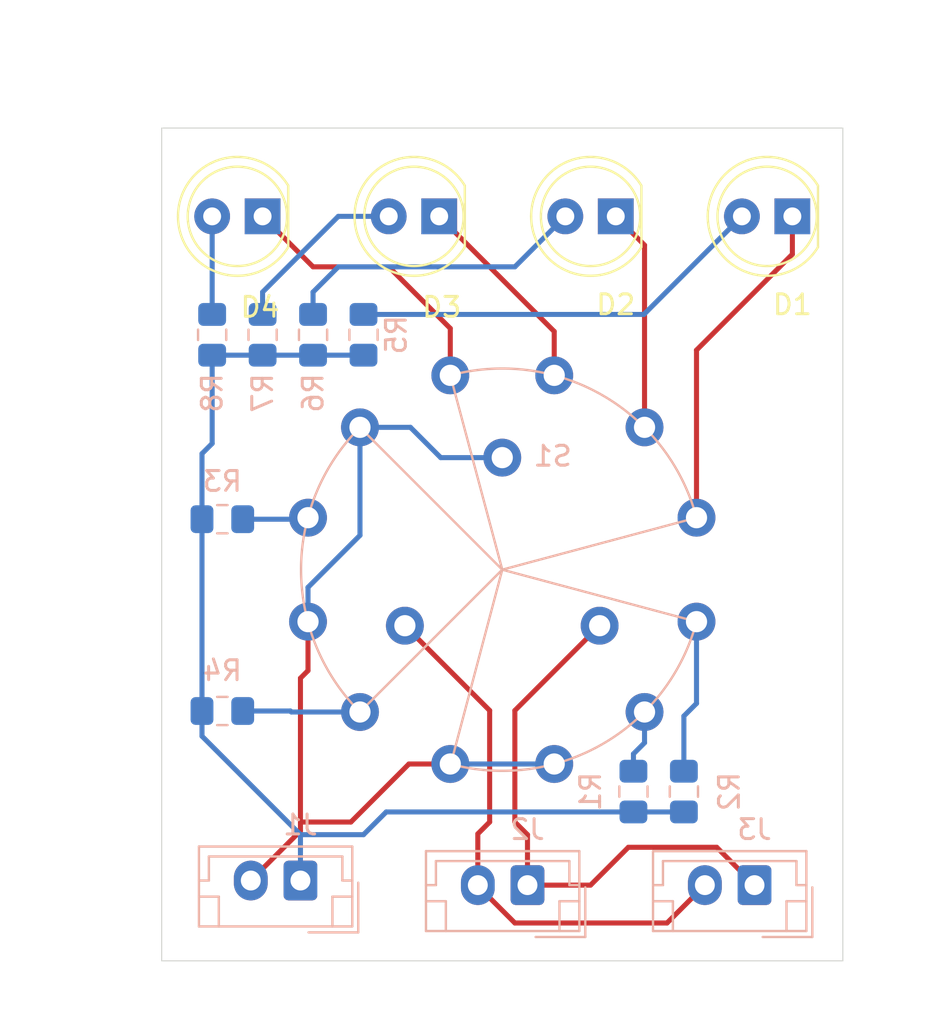
<source format=kicad_pcb>
(kicad_pcb (version 20171130) (host pcbnew "(5.1.5)-3")

  (general
    (thickness 1.6)
    (drawings 10)
    (tracks 76)
    (zones 0)
    (modules 16)
    (nets 17)
  )

  (page A4)
  (layers
    (0 F.Cu signal)
    (31 B.Cu signal)
    (32 B.Adhes user)
    (33 F.Adhes user)
    (34 B.Paste user)
    (35 F.Paste user)
    (36 B.SilkS user)
    (37 F.SilkS user)
    (38 B.Mask user)
    (39 F.Mask user)
    (40 Dwgs.User user)
    (41 Cmts.User user)
    (42 Eco1.User user)
    (43 Eco2.User user)
    (44 Edge.Cuts user)
    (45 Margin user)
    (46 B.CrtYd user)
    (47 F.CrtYd user)
    (48 B.Fab user hide)
    (49 F.Fab user hide)
  )

  (setup
    (last_trace_width 0.254)
    (trace_clearance 0.2032)
    (zone_clearance 0.508)
    (zone_45_only no)
    (trace_min 0.2)
    (via_size 0.762)
    (via_drill 0.381)
    (via_min_size 0.4)
    (via_min_drill 0.3)
    (uvia_size 0.3)
    (uvia_drill 0.1)
    (uvias_allowed no)
    (uvia_min_size 0.2)
    (uvia_min_drill 0.1)
    (edge_width 0.05)
    (segment_width 0.2)
    (pcb_text_width 0.3)
    (pcb_text_size 1.5 1.5)
    (mod_edge_width 0.12)
    (mod_text_size 1 1)
    (mod_text_width 0.15)
    (pad_size 1.524 1.524)
    (pad_drill 0.762)
    (pad_to_mask_clearance 0.051)
    (solder_mask_min_width 0.25)
    (aux_axis_origin 116.571499 111.991499)
    (grid_origin 133.716499 92.306499)
    (visible_elements 7FFFFFFF)
    (pcbplotparams
      (layerselection 0x010fc_ffffffff)
      (usegerberextensions false)
      (usegerberattributes false)
      (usegerberadvancedattributes false)
      (creategerberjobfile false)
      (excludeedgelayer true)
      (linewidth 0.100000)
      (plotframeref false)
      (viasonmask false)
      (mode 1)
      (useauxorigin false)
      (hpglpennumber 1)
      (hpglpenspeed 20)
      (hpglpendiameter 15.000000)
      (psnegative false)
      (psa4output false)
      (plotreference true)
      (plotvalue true)
      (plotinvisibletext false)
      (padsonsilk false)
      (subtractmaskfromsilk false)
      (outputformat 1)
      (mirror false)
      (drillshape 1)
      (scaleselection 1)
      (outputdirectory ""))
  )

  (net 0 "")
  (net 1 "Net-(R1-Pad2)")
  (net 2 +5V)
  (net 3 "Net-(R2-Pad2)")
  (net 4 "Net-(R3-Pad2)")
  (net 5 "Net-(R4-Pad2)")
  (net 6 GND)
  (net 7 /B)
  (net 8 /A)
  (net 9 "Net-(D1-Pad2)")
  (net 10 /Led0)
  (net 11 "Net-(D2-Pad2)")
  (net 12 /Led1)
  (net 13 "Net-(D3-Pad2)")
  (net 14 /Led2)
  (net 15 "Net-(D4-Pad2)")
  (net 16 /Led3)

  (net_class Default "This is the default net class."
    (clearance 0.2032)
    (trace_width 0.254)
    (via_dia 0.762)
    (via_drill 0.381)
    (uvia_dia 0.3)
    (uvia_drill 0.1)
    (add_net +5V)
    (add_net /A)
    (add_net /B)
    (add_net /Led0)
    (add_net /Led1)
    (add_net /Led2)
    (add_net /Led3)
    (add_net GND)
    (add_net "Net-(D1-Pad2)")
    (add_net "Net-(D2-Pad2)")
    (add_net "Net-(D3-Pad2)")
    (add_net "Net-(D4-Pad2)")
    (add_net "Net-(R1-Pad2)")
    (add_net "Net-(R2-Pad2)")
    (add_net "Net-(R3-Pad2)")
    (add_net "Net-(R4-Pad2)")
  )

  (module 0MiscParts:Rotary-Switch (layer B.Cu) (tedit 5FF18FD0) (tstamp 5FFD0F23)
    (at 133.716499 92.306499 180)
    (path /64915D5B)
    (fp_text reference S1 (at -2.54 5.715) (layer B.SilkS)
      (effects (font (size 1 1) (thickness 0.15)) (justify mirror))
    )
    (fp_text value Rotary-Switch (at 0 0.5) (layer B.Fab)
      (effects (font (size 1 1) (thickness 0.15)) (justify mirror))
    )
    (fp_arc (start 0 0) (end -9.778999 -2.616199) (angle 89.8610301) (layer B.SilkS) (width 0.12))
    (fp_arc (start 0 0) (end 7.162799 -7.162799) (angle 90) (layer B.SilkS) (width 0.12))
    (fp_arc (start 0 0) (end 2.616199 9.778999) (angle 90.04630335) (layer B.SilkS) (width 0.12))
    (fp_line (start 7.1628 -7.1628) (end 0 0) (layer B.SilkS) (width 0.12))
    (fp_line (start 7.1628 7.1628) (end 0 0) (layer B.SilkS) (width 0.12))
    (fp_line (start 2.5908 -9.779) (end 0 0) (layer B.SilkS) (width 0.12))
    (fp_line (start 0 0) (end -9.779 -2.6162) (layer B.SilkS) (width 0.12))
    (fp_line (start 0 0) (end 2.6162 9.779) (layer B.SilkS) (width 0.12))
    (fp_line (start -9.779 2.6162) (end 0 0) (layer B.SilkS) (width 0.12))
    (fp_circle (center 0 0) (end 5.6388 0) (layer Dwgs.User) (width 0.12))
    (pad 2 thru_hole circle (at -9.779 2.6162 180) (size 1.905 1.905) (drill 1.0668) (layers *.Cu *.Mask)
      (net 10 /Led0))
    (pad 15 thru_hole circle (at -9.779 -2.6162 180) (size 1.905 1.905) (drill 1.0668) (layers *.Cu *.Mask)
      (net 3 "Net-(R2-Pad2)"))
    (pad 14 thru_hole circle (at -7.1628 -7.1628 180) (size 1.905 1.905) (drill 1.0668) (layers *.Cu *.Mask)
      (net 1 "Net-(R1-Pad2)"))
    (pad 13 thru_hole circle (at -2.6162 -9.779 180) (size 1.905 1.905) (drill 1.0668) (layers *.Cu *.Mask)
      (net 6 GND))
    (pad 12 thru_hole circle (at 2.6162 -9.779 180) (size 1.905 1.905) (drill 1.0668) (layers *.Cu *.Mask)
      (net 6 GND))
    (pad 10 thru_hole circle (at 7.1628 -7.1628 180) (size 1.905 1.905) (drill 1.0668) (layers *.Cu *.Mask)
      (net 5 "Net-(R4-Pad2)"))
    (pad 9 thru_hole circle (at 9.779 -2.6162 180) (size 1.905 1.905) (drill 1.0668) (layers *.Cu *.Mask)
      (net 6 GND))
    (pad 8 thru_hole circle (at 9.779 2.6162 180) (size 1.905 1.905) (drill 1.0668) (layers *.Cu *.Mask)
      (net 4 "Net-(R3-Pad2)"))
    (pad 7 thru_hole circle (at 7.1628 7.1628 180) (size 1.905 1.905) (drill 1.0668) (layers *.Cu *.Mask)
      (net 6 GND))
    (pad 5 thru_hole circle (at 2.6162 9.779 180) (size 1.905 1.905) (drill 1.0668) (layers *.Cu *.Mask)
      (net 16 /Led3))
    (pad 4 thru_hole circle (at -2.6162 9.779 180) (size 1.905 1.905) (drill 1.0668) (layers *.Cu *.Mask)
      (net 14 /Led2))
    (pad 3 thru_hole circle (at -7.1628 7.1628 180) (size 1.905 1.905) (drill 1.0668) (layers *.Cu *.Mask)
      (net 12 /Led1))
    (pad 1 thru_hole circle (at 0 5.6388 180) (size 1.905 1.905) (drill 1.0668) (layers *.Cu *.Mask)
      (net 6 GND))
    (pad 11 thru_hole circle (at -4.9022 -2.8194 180) (size 1.905 1.905) (drill 1.0668) (layers *.Cu *.Mask)
      (net 8 /A))
    (pad 6 thru_hole circle (at 4.9022 -2.8194 180) (size 1.905 1.905) (drill 1.0668) (layers *.Cu *.Mask)
      (net 7 /B))
  )

  (module Resistor_SMD:R_0805_2012Metric_Pad1.15x1.40mm_HandSolder (layer B.Cu) (tedit 5B36C52B) (tstamp 5FFF5C65)
    (at 119.111499 80.486499 90)
    (descr "Resistor SMD 0805 (2012 Metric), square (rectangular) end terminal, IPC_7351 nominal with elongated pad for handsoldering. (Body size source: https://docs.google.com/spreadsheets/d/1BsfQQcO9C6DZCsRaXUlFlo91Tg2WpOkGARC1WS5S8t0/edit?usp=sharing), generated with kicad-footprint-generator")
    (tags "resistor handsolder")
    (path /65259F8B)
    (attr smd)
    (fp_text reference R8 (at -2.93 0 270) (layer B.SilkS)
      (effects (font (size 1 1) (thickness 0.15)) (justify mirror))
    )
    (fp_text value 10k (at 0 -1.65 270) (layer B.Fab)
      (effects (font (size 1 1) (thickness 0.15)) (justify mirror))
    )
    (fp_text user %R (at 0 0 270) (layer B.Fab)
      (effects (font (size 0.5 0.5) (thickness 0.08)) (justify mirror))
    )
    (fp_line (start 1.85 -0.95) (end -1.85 -0.95) (layer B.CrtYd) (width 0.05))
    (fp_line (start 1.85 0.95) (end 1.85 -0.95) (layer B.CrtYd) (width 0.05))
    (fp_line (start -1.85 0.95) (end 1.85 0.95) (layer B.CrtYd) (width 0.05))
    (fp_line (start -1.85 -0.95) (end -1.85 0.95) (layer B.CrtYd) (width 0.05))
    (fp_line (start -0.261252 -0.71) (end 0.261252 -0.71) (layer B.SilkS) (width 0.12))
    (fp_line (start -0.261252 0.71) (end 0.261252 0.71) (layer B.SilkS) (width 0.12))
    (fp_line (start 1 -0.6) (end -1 -0.6) (layer B.Fab) (width 0.1))
    (fp_line (start 1 0.6) (end 1 -0.6) (layer B.Fab) (width 0.1))
    (fp_line (start -1 0.6) (end 1 0.6) (layer B.Fab) (width 0.1))
    (fp_line (start -1 -0.6) (end -1 0.6) (layer B.Fab) (width 0.1))
    (pad 2 smd roundrect (at 1.025 0 90) (size 1.15 1.4) (layers B.Cu B.Paste B.Mask) (roundrect_rratio 0.217391)
      (net 15 "Net-(D4-Pad2)"))
    (pad 1 smd roundrect (at -1.025 0 90) (size 1.15 1.4) (layers B.Cu B.Paste B.Mask) (roundrect_rratio 0.217391)
      (net 2 +5V))
    (model ${KISYS3DMOD}/Resistor_SMD.3dshapes/R_0805_2012Metric.wrl
      (at (xyz 0 0 0))
      (scale (xyz 1 1 1))
      (rotate (xyz 0 0 0))
    )
  )

  (module Resistor_SMD:R_0805_2012Metric_Pad1.15x1.40mm_HandSolder (layer B.Cu) (tedit 5B36C52B) (tstamp 5FFF5C54)
    (at 121.651499 80.486499 90)
    (descr "Resistor SMD 0805 (2012 Metric), square (rectangular) end terminal, IPC_7351 nominal with elongated pad for handsoldering. (Body size source: https://docs.google.com/spreadsheets/d/1BsfQQcO9C6DZCsRaXUlFlo91Tg2WpOkGARC1WS5S8t0/edit?usp=sharing), generated with kicad-footprint-generator")
    (tags "resistor handsolder")
    (path /6525927C)
    (attr smd)
    (fp_text reference R7 (at -2.93 0 90) (layer B.SilkS)
      (effects (font (size 1 1) (thickness 0.15)) (justify mirror))
    )
    (fp_text value 10k (at 0 -1.65 90) (layer B.Fab)
      (effects (font (size 1 1) (thickness 0.15)) (justify mirror))
    )
    (fp_text user %R (at 0 0 90) (layer B.Fab)
      (effects (font (size 0.5 0.5) (thickness 0.08)) (justify mirror))
    )
    (fp_line (start 1.85 -0.95) (end -1.85 -0.95) (layer B.CrtYd) (width 0.05))
    (fp_line (start 1.85 0.95) (end 1.85 -0.95) (layer B.CrtYd) (width 0.05))
    (fp_line (start -1.85 0.95) (end 1.85 0.95) (layer B.CrtYd) (width 0.05))
    (fp_line (start -1.85 -0.95) (end -1.85 0.95) (layer B.CrtYd) (width 0.05))
    (fp_line (start -0.261252 -0.71) (end 0.261252 -0.71) (layer B.SilkS) (width 0.12))
    (fp_line (start -0.261252 0.71) (end 0.261252 0.71) (layer B.SilkS) (width 0.12))
    (fp_line (start 1 -0.6) (end -1 -0.6) (layer B.Fab) (width 0.1))
    (fp_line (start 1 0.6) (end 1 -0.6) (layer B.Fab) (width 0.1))
    (fp_line (start -1 0.6) (end 1 0.6) (layer B.Fab) (width 0.1))
    (fp_line (start -1 -0.6) (end -1 0.6) (layer B.Fab) (width 0.1))
    (pad 2 smd roundrect (at 1.025 0 90) (size 1.15 1.4) (layers B.Cu B.Paste B.Mask) (roundrect_rratio 0.217391)
      (net 13 "Net-(D3-Pad2)"))
    (pad 1 smd roundrect (at -1.025 0 90) (size 1.15 1.4) (layers B.Cu B.Paste B.Mask) (roundrect_rratio 0.217391)
      (net 2 +5V))
    (model ${KISYS3DMOD}/Resistor_SMD.3dshapes/R_0805_2012Metric.wrl
      (at (xyz 0 0 0))
      (scale (xyz 1 1 1))
      (rotate (xyz 0 0 0))
    )
  )

  (module Resistor_SMD:R_0805_2012Metric_Pad1.15x1.40mm_HandSolder (layer B.Cu) (tedit 5B36C52B) (tstamp 5FFF8083)
    (at 124.191499 80.486499 90)
    (descr "Resistor SMD 0805 (2012 Metric), square (rectangular) end terminal, IPC_7351 nominal with elongated pad for handsoldering. (Body size source: https://docs.google.com/spreadsheets/d/1BsfQQcO9C6DZCsRaXUlFlo91Tg2WpOkGARC1WS5S8t0/edit?usp=sharing), generated with kicad-footprint-generator")
    (tags "resistor handsolder")
    (path /65258B2F)
    (attr smd)
    (fp_text reference R6 (at -2.93 0 270) (layer B.SilkS)
      (effects (font (size 1 1) (thickness 0.15)) (justify mirror))
    )
    (fp_text value 10k (at 0 -1.65 270) (layer B.Fab)
      (effects (font (size 1 1) (thickness 0.15)) (justify mirror))
    )
    (fp_text user %R (at 0 0 270) (layer B.Fab)
      (effects (font (size 0.5 0.5) (thickness 0.08)) (justify mirror))
    )
    (fp_line (start 1.85 -0.95) (end -1.85 -0.95) (layer B.CrtYd) (width 0.05))
    (fp_line (start 1.85 0.95) (end 1.85 -0.95) (layer B.CrtYd) (width 0.05))
    (fp_line (start -1.85 0.95) (end 1.85 0.95) (layer B.CrtYd) (width 0.05))
    (fp_line (start -1.85 -0.95) (end -1.85 0.95) (layer B.CrtYd) (width 0.05))
    (fp_line (start -0.261252 -0.71) (end 0.261252 -0.71) (layer B.SilkS) (width 0.12))
    (fp_line (start -0.261252 0.71) (end 0.261252 0.71) (layer B.SilkS) (width 0.12))
    (fp_line (start 1 -0.6) (end -1 -0.6) (layer B.Fab) (width 0.1))
    (fp_line (start 1 0.6) (end 1 -0.6) (layer B.Fab) (width 0.1))
    (fp_line (start -1 0.6) (end 1 0.6) (layer B.Fab) (width 0.1))
    (fp_line (start -1 -0.6) (end -1 0.6) (layer B.Fab) (width 0.1))
    (pad 2 smd roundrect (at 1.025 0 90) (size 1.15 1.4) (layers B.Cu B.Paste B.Mask) (roundrect_rratio 0.217391)
      (net 11 "Net-(D2-Pad2)"))
    (pad 1 smd roundrect (at -1.025 0 90) (size 1.15 1.4) (layers B.Cu B.Paste B.Mask) (roundrect_rratio 0.217391)
      (net 2 +5V))
    (model ${KISYS3DMOD}/Resistor_SMD.3dshapes/R_0805_2012Metric.wrl
      (at (xyz 0 0 0))
      (scale (xyz 1 1 1))
      (rotate (xyz 0 0 0))
    )
  )

  (module Resistor_SMD:R_0805_2012Metric_Pad1.15x1.40mm_HandSolder (layer B.Cu) (tedit 5B36C52B) (tstamp 5FFF5C32)
    (at 126.731499 80.486499 90)
    (descr "Resistor SMD 0805 (2012 Metric), square (rectangular) end terminal, IPC_7351 nominal with elongated pad for handsoldering. (Body size source: https://docs.google.com/spreadsheets/d/1BsfQQcO9C6DZCsRaXUlFlo91Tg2WpOkGARC1WS5S8t0/edit?usp=sharing), generated with kicad-footprint-generator")
    (tags "resistor handsolder")
    (path /6525498D)
    (attr smd)
    (fp_text reference R5 (at 0 1.65 -90) (layer B.SilkS)
      (effects (font (size 1 1) (thickness 0.15)) (justify mirror))
    )
    (fp_text value 10k (at 0 -1.65 -90) (layer B.Fab)
      (effects (font (size 1 1) (thickness 0.15)) (justify mirror))
    )
    (fp_text user %R (at 0 0 -90) (layer B.Fab)
      (effects (font (size 0.5 0.5) (thickness 0.08)) (justify mirror))
    )
    (fp_line (start 1.85 -0.95) (end -1.85 -0.95) (layer B.CrtYd) (width 0.05))
    (fp_line (start 1.85 0.95) (end 1.85 -0.95) (layer B.CrtYd) (width 0.05))
    (fp_line (start -1.85 0.95) (end 1.85 0.95) (layer B.CrtYd) (width 0.05))
    (fp_line (start -1.85 -0.95) (end -1.85 0.95) (layer B.CrtYd) (width 0.05))
    (fp_line (start -0.261252 -0.71) (end 0.261252 -0.71) (layer B.SilkS) (width 0.12))
    (fp_line (start -0.261252 0.71) (end 0.261252 0.71) (layer B.SilkS) (width 0.12))
    (fp_line (start 1 -0.6) (end -1 -0.6) (layer B.Fab) (width 0.1))
    (fp_line (start 1 0.6) (end 1 -0.6) (layer B.Fab) (width 0.1))
    (fp_line (start -1 0.6) (end 1 0.6) (layer B.Fab) (width 0.1))
    (fp_line (start -1 -0.6) (end -1 0.6) (layer B.Fab) (width 0.1))
    (pad 2 smd roundrect (at 1.025 0 90) (size 1.15 1.4) (layers B.Cu B.Paste B.Mask) (roundrect_rratio 0.217391)
      (net 9 "Net-(D1-Pad2)"))
    (pad 1 smd roundrect (at -1.025 0 90) (size 1.15 1.4) (layers B.Cu B.Paste B.Mask) (roundrect_rratio 0.217391)
      (net 2 +5V))
    (model ${KISYS3DMOD}/Resistor_SMD.3dshapes/R_0805_2012Metric.wrl
      (at (xyz 0 0 0))
      (scale (xyz 1 1 1))
      (rotate (xyz 0 0 0))
    )
  )

  (module LED_THT:LED_D5.0mm (layer F.Cu) (tedit 5995936A) (tstamp 5FFF5AE7)
    (at 121.651499 74.526499 180)
    (descr "LED, diameter 5.0mm, 2 pins, http://cdn-reichelt.de/documents/datenblatt/A500/LL-504BC2E-009.pdf")
    (tags "LED diameter 5.0mm 2 pins")
    (path /65259F85)
    (fp_text reference D4 (at 0.127 -4.572) (layer F.SilkS)
      (effects (font (size 1 1) (thickness 0.15)))
    )
    (fp_text value LED (at 1.27 3.96) (layer F.Fab)
      (effects (font (size 1 1) (thickness 0.15)))
    )
    (fp_text user %R (at 1.25 0) (layer F.Fab)
      (effects (font (size 0.8 0.8) (thickness 0.2)))
    )
    (fp_line (start 4.5 -3.25) (end -1.95 -3.25) (layer F.CrtYd) (width 0.05))
    (fp_line (start 4.5 3.25) (end 4.5 -3.25) (layer F.CrtYd) (width 0.05))
    (fp_line (start -1.95 3.25) (end 4.5 3.25) (layer F.CrtYd) (width 0.05))
    (fp_line (start -1.95 -3.25) (end -1.95 3.25) (layer F.CrtYd) (width 0.05))
    (fp_line (start -1.29 -1.545) (end -1.29 1.545) (layer F.SilkS) (width 0.12))
    (fp_line (start -1.23 -1.469694) (end -1.23 1.469694) (layer F.Fab) (width 0.1))
    (fp_circle (center 1.27 0) (end 3.77 0) (layer F.SilkS) (width 0.12))
    (fp_circle (center 1.27 0) (end 3.77 0) (layer F.Fab) (width 0.1))
    (fp_arc (start 1.27 0) (end -1.29 1.54483) (angle -148.9) (layer F.SilkS) (width 0.12))
    (fp_arc (start 1.27 0) (end -1.29 -1.54483) (angle 148.9) (layer F.SilkS) (width 0.12))
    (fp_arc (start 1.27 0) (end -1.23 -1.469694) (angle 299.1) (layer F.Fab) (width 0.1))
    (pad 2 thru_hole circle (at 2.54 0 180) (size 1.8 1.8) (drill 0.9) (layers *.Cu *.Mask)
      (net 15 "Net-(D4-Pad2)"))
    (pad 1 thru_hole rect (at 0 0 180) (size 1.8 1.8) (drill 0.9) (layers *.Cu *.Mask)
      (net 16 /Led3))
    (model ${KISYS3DMOD}/LED_THT.3dshapes/LED_D5.0mm.wrl
      (at (xyz 0 0 0))
      (scale (xyz 1 1 1))
      (rotate (xyz 0 0 0))
    )
  )

  (module LED_THT:LED_D5.0mm (layer F.Cu) (tedit 5995936A) (tstamp 5FFF5AD5)
    (at 130.541499 74.526499 180)
    (descr "LED, diameter 5.0mm, 2 pins, http://cdn-reichelt.de/documents/datenblatt/A500/LL-504BC2E-009.pdf")
    (tags "LED diameter 5.0mm 2 pins")
    (path /65259276)
    (fp_text reference D3 (at -0.127 -4.572) (layer F.SilkS)
      (effects (font (size 1 1) (thickness 0.15)))
    )
    (fp_text value LED (at 1.27 3.96) (layer F.Fab)
      (effects (font (size 1 1) (thickness 0.15)))
    )
    (fp_text user %R (at 1.25 0) (layer F.Fab)
      (effects (font (size 0.8 0.8) (thickness 0.2)))
    )
    (fp_line (start 4.5 -3.25) (end -1.95 -3.25) (layer F.CrtYd) (width 0.05))
    (fp_line (start 4.5 3.25) (end 4.5 -3.25) (layer F.CrtYd) (width 0.05))
    (fp_line (start -1.95 3.25) (end 4.5 3.25) (layer F.CrtYd) (width 0.05))
    (fp_line (start -1.95 -3.25) (end -1.95 3.25) (layer F.CrtYd) (width 0.05))
    (fp_line (start -1.29 -1.545) (end -1.29 1.545) (layer F.SilkS) (width 0.12))
    (fp_line (start -1.23 -1.469694) (end -1.23 1.469694) (layer F.Fab) (width 0.1))
    (fp_circle (center 1.27 0) (end 3.77 0) (layer F.SilkS) (width 0.12))
    (fp_circle (center 1.27 0) (end 3.77 0) (layer F.Fab) (width 0.1))
    (fp_arc (start 1.27 0) (end -1.29 1.54483) (angle -148.9) (layer F.SilkS) (width 0.12))
    (fp_arc (start 1.27 0) (end -1.29 -1.54483) (angle 148.9) (layer F.SilkS) (width 0.12))
    (fp_arc (start 1.27 0) (end -1.23 -1.469694) (angle 299.1) (layer F.Fab) (width 0.1))
    (pad 2 thru_hole circle (at 2.54 0 180) (size 1.8 1.8) (drill 0.9) (layers *.Cu *.Mask)
      (net 13 "Net-(D3-Pad2)"))
    (pad 1 thru_hole rect (at 0 0 180) (size 1.8 1.8) (drill 0.9) (layers *.Cu *.Mask)
      (net 14 /Led2))
    (model ${KISYS3DMOD}/LED_THT.3dshapes/LED_D5.0mm.wrl
      (at (xyz 0 0 0))
      (scale (xyz 1 1 1))
      (rotate (xyz 0 0 0))
    )
  )

  (module LED_THT:LED_D5.0mm (layer F.Cu) (tedit 5995936A) (tstamp 5FFF5AC3)
    (at 139.431499 74.526499 180)
    (descr "LED, diameter 5.0mm, 2 pins, http://cdn-reichelt.de/documents/datenblatt/A500/LL-504BC2E-009.pdf")
    (tags "LED diameter 5.0mm 2 pins")
    (path /65258B29)
    (fp_text reference D2 (at 0 -4.445) (layer F.SilkS)
      (effects (font (size 1 1) (thickness 0.15)))
    )
    (fp_text value LED (at 1.27 3.96) (layer F.Fab)
      (effects (font (size 1 1) (thickness 0.15)))
    )
    (fp_text user %R (at 1.25 0) (layer F.Fab)
      (effects (font (size 0.8 0.8) (thickness 0.2)))
    )
    (fp_line (start 4.5 -3.25) (end -1.95 -3.25) (layer F.CrtYd) (width 0.05))
    (fp_line (start 4.5 3.25) (end 4.5 -3.25) (layer F.CrtYd) (width 0.05))
    (fp_line (start -1.95 3.25) (end 4.5 3.25) (layer F.CrtYd) (width 0.05))
    (fp_line (start -1.95 -3.25) (end -1.95 3.25) (layer F.CrtYd) (width 0.05))
    (fp_line (start -1.29 -1.545) (end -1.29 1.545) (layer F.SilkS) (width 0.12))
    (fp_line (start -1.23 -1.469694) (end -1.23 1.469694) (layer F.Fab) (width 0.1))
    (fp_circle (center 1.27 0) (end 3.77 0) (layer F.SilkS) (width 0.12))
    (fp_circle (center 1.27 0) (end 3.77 0) (layer F.Fab) (width 0.1))
    (fp_arc (start 1.27 0) (end -1.29 1.54483) (angle -148.9) (layer F.SilkS) (width 0.12))
    (fp_arc (start 1.27 0) (end -1.29 -1.54483) (angle 148.9) (layer F.SilkS) (width 0.12))
    (fp_arc (start 1.27 0) (end -1.23 -1.469694) (angle 299.1) (layer F.Fab) (width 0.1))
    (pad 2 thru_hole circle (at 2.54 0 180) (size 1.8 1.8) (drill 0.9) (layers *.Cu *.Mask)
      (net 11 "Net-(D2-Pad2)"))
    (pad 1 thru_hole rect (at 0 0 180) (size 1.8 1.8) (drill 0.9) (layers *.Cu *.Mask)
      (net 12 /Led1))
    (model ${KISYS3DMOD}/LED_THT.3dshapes/LED_D5.0mm.wrl
      (at (xyz 0 0 0))
      (scale (xyz 1 1 1))
      (rotate (xyz 0 0 0))
    )
  )

  (module LED_THT:LED_D5.0mm (layer F.Cu) (tedit 5995936A) (tstamp 5FFF5AB1)
    (at 148.321499 74.526499 180)
    (descr "LED, diameter 5.0mm, 2 pins, http://cdn-reichelt.de/documents/datenblatt/A500/LL-504BC2E-009.pdf")
    (tags "LED diameter 5.0mm 2 pins")
    (path /65253466)
    (fp_text reference D1 (at 0 -4.445) (layer F.SilkS)
      (effects (font (size 1 1) (thickness 0.15)))
    )
    (fp_text value LED (at 1.27 3.96) (layer F.Fab)
      (effects (font (size 1 1) (thickness 0.15)))
    )
    (fp_text user %R (at 1.25 0) (layer F.Fab)
      (effects (font (size 0.8 0.8) (thickness 0.2)))
    )
    (fp_line (start 4.5 -3.25) (end -1.95 -3.25) (layer F.CrtYd) (width 0.05))
    (fp_line (start 4.5 3.25) (end 4.5 -3.25) (layer F.CrtYd) (width 0.05))
    (fp_line (start -1.95 3.25) (end 4.5 3.25) (layer F.CrtYd) (width 0.05))
    (fp_line (start -1.95 -3.25) (end -1.95 3.25) (layer F.CrtYd) (width 0.05))
    (fp_line (start -1.29 -1.545) (end -1.29 1.545) (layer F.SilkS) (width 0.12))
    (fp_line (start -1.23 -1.469694) (end -1.23 1.469694) (layer F.Fab) (width 0.1))
    (fp_circle (center 1.27 0) (end 3.77 0) (layer F.SilkS) (width 0.12))
    (fp_circle (center 1.27 0) (end 3.77 0) (layer F.Fab) (width 0.1))
    (fp_arc (start 1.27 0) (end -1.29 1.54483) (angle -148.9) (layer F.SilkS) (width 0.12))
    (fp_arc (start 1.27 0) (end -1.29 -1.54483) (angle 148.9) (layer F.SilkS) (width 0.12))
    (fp_arc (start 1.27 0) (end -1.23 -1.469694) (angle 299.1) (layer F.Fab) (width 0.1))
    (pad 2 thru_hole circle (at 2.54 0 180) (size 1.8 1.8) (drill 0.9) (layers *.Cu *.Mask)
      (net 9 "Net-(D1-Pad2)"))
    (pad 1 thru_hole rect (at 0 0 180) (size 1.8 1.8) (drill 0.9) (layers *.Cu *.Mask)
      (net 10 /Led0))
    (model ${KISYS3DMOD}/LED_THT.3dshapes/LED_D5.0mm.wrl
      (at (xyz 0 0 0))
      (scale (xyz 1 1 1))
      (rotate (xyz 0 0 0))
    )
  )

  (module Connector_JST:JST_EH_B2B-EH-A_1x02_P2.50mm_Vertical (layer B.Cu) (tedit 5C28142C) (tstamp 5FFD1320)
    (at 146.416499 108.181499 180)
    (descr "JST EH series connector, B2B-EH-A (http://www.jst-mfg.com/product/pdf/eng/eEH.pdf), generated with kicad-footprint-generator")
    (tags "connector JST EH vertical")
    (path /64922A58)
    (fp_text reference J3 (at 0 2.8) (layer B.SilkS)
      (effects (font (size 1 1) (thickness 0.15)) (justify mirror))
    )
    (fp_text value Conn_01x02_Male (at 1.25 -3.4) (layer B.Fab)
      (effects (font (size 1 1) (thickness 0.15)) (justify mirror))
    )
    (fp_text user %R (at 1.25 -1.5) (layer B.Fab)
      (effects (font (size 1 1) (thickness 0.15)) (justify mirror))
    )
    (fp_line (start -2.91 -2.61) (end -0.41 -2.61) (layer B.Fab) (width 0.1))
    (fp_line (start -2.91 -0.11) (end -2.91 -2.61) (layer B.Fab) (width 0.1))
    (fp_line (start -2.91 -2.61) (end -0.41 -2.61) (layer B.SilkS) (width 0.12))
    (fp_line (start -2.91 -0.11) (end -2.91 -2.61) (layer B.SilkS) (width 0.12))
    (fp_line (start 4.11 -0.81) (end 4.11 -2.31) (layer B.SilkS) (width 0.12))
    (fp_line (start 5.11 -0.81) (end 4.11 -0.81) (layer B.SilkS) (width 0.12))
    (fp_line (start -1.61 -0.81) (end -1.61 -2.31) (layer B.SilkS) (width 0.12))
    (fp_line (start -2.61 -0.81) (end -1.61 -0.81) (layer B.SilkS) (width 0.12))
    (fp_line (start 4.61 0) (end 5.11 0) (layer B.SilkS) (width 0.12))
    (fp_line (start 4.61 1.21) (end 4.61 0) (layer B.SilkS) (width 0.12))
    (fp_line (start -2.11 1.21) (end 4.61 1.21) (layer B.SilkS) (width 0.12))
    (fp_line (start -2.11 0) (end -2.11 1.21) (layer B.SilkS) (width 0.12))
    (fp_line (start -2.61 0) (end -2.11 0) (layer B.SilkS) (width 0.12))
    (fp_line (start 5.11 1.71) (end -2.61 1.71) (layer B.SilkS) (width 0.12))
    (fp_line (start 5.11 -2.31) (end 5.11 1.71) (layer B.SilkS) (width 0.12))
    (fp_line (start -2.61 -2.31) (end 5.11 -2.31) (layer B.SilkS) (width 0.12))
    (fp_line (start -2.61 1.71) (end -2.61 -2.31) (layer B.SilkS) (width 0.12))
    (fp_line (start 5.5 2.1) (end -3 2.1) (layer B.CrtYd) (width 0.05))
    (fp_line (start 5.5 -2.7) (end 5.5 2.1) (layer B.CrtYd) (width 0.05))
    (fp_line (start -3 -2.7) (end 5.5 -2.7) (layer B.CrtYd) (width 0.05))
    (fp_line (start -3 2.1) (end -3 -2.7) (layer B.CrtYd) (width 0.05))
    (fp_line (start 5 1.6) (end -2.5 1.6) (layer B.Fab) (width 0.1))
    (fp_line (start 5 -2.2) (end 5 1.6) (layer B.Fab) (width 0.1))
    (fp_line (start -2.5 -2.2) (end 5 -2.2) (layer B.Fab) (width 0.1))
    (fp_line (start -2.5 1.6) (end -2.5 -2.2) (layer B.Fab) (width 0.1))
    (pad 2 thru_hole oval (at 2.5 0 180) (size 1.7 2) (drill 1) (layers *.Cu *.Mask)
      (net 7 /B))
    (pad 1 thru_hole roundrect (at 0 0 180) (size 1.7 2) (drill 1) (layers *.Cu *.Mask) (roundrect_rratio 0.147059)
      (net 8 /A))
    (model ${KISYS3DMOD}/Connector_JST.3dshapes/JST_EH_B2B-EH-A_1x02_P2.50mm_Vertical.wrl
      (at (xyz 0 0 0))
      (scale (xyz 1 1 1))
      (rotate (xyz 0 0 0))
    )
  )

  (module Connector_JST:JST_EH_B2B-EH-A_1x02_P2.50mm_Vertical (layer B.Cu) (tedit 5C28142C) (tstamp 5FFD1300)
    (at 134.986499 108.181499 180)
    (descr "JST EH series connector, B2B-EH-A (http://www.jst-mfg.com/product/pdf/eng/eEH.pdf), generated with kicad-footprint-generator")
    (tags "connector JST EH vertical")
    (path /64922594)
    (fp_text reference J2 (at 0 2.8) (layer B.SilkS)
      (effects (font (size 1 1) (thickness 0.15)) (justify mirror))
    )
    (fp_text value Conn_01x02_Male (at 1.25 -3.4) (layer B.Fab)
      (effects (font (size 1 1) (thickness 0.15)) (justify mirror))
    )
    (fp_text user %R (at 1.25 -1.5) (layer B.Fab)
      (effects (font (size 1 1) (thickness 0.15)) (justify mirror))
    )
    (fp_line (start -2.91 -2.61) (end -0.41 -2.61) (layer B.Fab) (width 0.1))
    (fp_line (start -2.91 -0.11) (end -2.91 -2.61) (layer B.Fab) (width 0.1))
    (fp_line (start -2.91 -2.61) (end -0.41 -2.61) (layer B.SilkS) (width 0.12))
    (fp_line (start -2.91 -0.11) (end -2.91 -2.61) (layer B.SilkS) (width 0.12))
    (fp_line (start 4.11 -0.81) (end 4.11 -2.31) (layer B.SilkS) (width 0.12))
    (fp_line (start 5.11 -0.81) (end 4.11 -0.81) (layer B.SilkS) (width 0.12))
    (fp_line (start -1.61 -0.81) (end -1.61 -2.31) (layer B.SilkS) (width 0.12))
    (fp_line (start -2.61 -0.81) (end -1.61 -0.81) (layer B.SilkS) (width 0.12))
    (fp_line (start 4.61 0) (end 5.11 0) (layer B.SilkS) (width 0.12))
    (fp_line (start 4.61 1.21) (end 4.61 0) (layer B.SilkS) (width 0.12))
    (fp_line (start -2.11 1.21) (end 4.61 1.21) (layer B.SilkS) (width 0.12))
    (fp_line (start -2.11 0) (end -2.11 1.21) (layer B.SilkS) (width 0.12))
    (fp_line (start -2.61 0) (end -2.11 0) (layer B.SilkS) (width 0.12))
    (fp_line (start 5.11 1.71) (end -2.61 1.71) (layer B.SilkS) (width 0.12))
    (fp_line (start 5.11 -2.31) (end 5.11 1.71) (layer B.SilkS) (width 0.12))
    (fp_line (start -2.61 -2.31) (end 5.11 -2.31) (layer B.SilkS) (width 0.12))
    (fp_line (start -2.61 1.71) (end -2.61 -2.31) (layer B.SilkS) (width 0.12))
    (fp_line (start 5.5 2.1) (end -3 2.1) (layer B.CrtYd) (width 0.05))
    (fp_line (start 5.5 -2.7) (end 5.5 2.1) (layer B.CrtYd) (width 0.05))
    (fp_line (start -3 -2.7) (end 5.5 -2.7) (layer B.CrtYd) (width 0.05))
    (fp_line (start -3 2.1) (end -3 -2.7) (layer B.CrtYd) (width 0.05))
    (fp_line (start 5 1.6) (end -2.5 1.6) (layer B.Fab) (width 0.1))
    (fp_line (start 5 -2.2) (end 5 1.6) (layer B.Fab) (width 0.1))
    (fp_line (start -2.5 -2.2) (end 5 -2.2) (layer B.Fab) (width 0.1))
    (fp_line (start -2.5 1.6) (end -2.5 -2.2) (layer B.Fab) (width 0.1))
    (pad 2 thru_hole oval (at 2.5 0 180) (size 1.7 2) (drill 1) (layers *.Cu *.Mask)
      (net 7 /B))
    (pad 1 thru_hole roundrect (at 0 0 180) (size 1.7 2) (drill 1) (layers *.Cu *.Mask) (roundrect_rratio 0.147059)
      (net 8 /A))
    (model ${KISYS3DMOD}/Connector_JST.3dshapes/JST_EH_B2B-EH-A_1x02_P2.50mm_Vertical.wrl
      (at (xyz 0 0 0))
      (scale (xyz 1 1 1))
      (rotate (xyz 0 0 0))
    )
  )

  (module Connector_JST:JST_EH_B2B-EH-A_1x02_P2.50mm_Vertical (layer B.Cu) (tedit 5C28142C) (tstamp 5FFD12E0)
    (at 123.556499 107.95 180)
    (descr "JST EH series connector, B2B-EH-A (http://www.jst-mfg.com/product/pdf/eng/eEH.pdf), generated with kicad-footprint-generator")
    (tags "connector JST EH vertical")
    (path /64921408)
    (fp_text reference J1 (at 0 2.8) (layer B.SilkS)
      (effects (font (size 1 1) (thickness 0.15)) (justify mirror))
    )
    (fp_text value Conn_01x02_Male (at 1.25 -3.4) (layer B.Fab)
      (effects (font (size 1 1) (thickness 0.15)) (justify mirror))
    )
    (fp_text user %R (at 1.25 -1.5) (layer B.Fab)
      (effects (font (size 1 1) (thickness 0.15)) (justify mirror))
    )
    (fp_line (start -2.91 -2.61) (end -0.41 -2.61) (layer B.Fab) (width 0.1))
    (fp_line (start -2.91 -0.11) (end -2.91 -2.61) (layer B.Fab) (width 0.1))
    (fp_line (start -2.91 -2.61) (end -0.41 -2.61) (layer B.SilkS) (width 0.12))
    (fp_line (start -2.91 -0.11) (end -2.91 -2.61) (layer B.SilkS) (width 0.12))
    (fp_line (start 4.11 -0.81) (end 4.11 -2.31) (layer B.SilkS) (width 0.12))
    (fp_line (start 5.11 -0.81) (end 4.11 -0.81) (layer B.SilkS) (width 0.12))
    (fp_line (start -1.61 -0.81) (end -1.61 -2.31) (layer B.SilkS) (width 0.12))
    (fp_line (start -2.61 -0.81) (end -1.61 -0.81) (layer B.SilkS) (width 0.12))
    (fp_line (start 4.61 0) (end 5.11 0) (layer B.SilkS) (width 0.12))
    (fp_line (start 4.61 1.21) (end 4.61 0) (layer B.SilkS) (width 0.12))
    (fp_line (start -2.11 1.21) (end 4.61 1.21) (layer B.SilkS) (width 0.12))
    (fp_line (start -2.11 0) (end -2.11 1.21) (layer B.SilkS) (width 0.12))
    (fp_line (start -2.61 0) (end -2.11 0) (layer B.SilkS) (width 0.12))
    (fp_line (start 5.11 1.71) (end -2.61 1.71) (layer B.SilkS) (width 0.12))
    (fp_line (start 5.11 -2.31) (end 5.11 1.71) (layer B.SilkS) (width 0.12))
    (fp_line (start -2.61 -2.31) (end 5.11 -2.31) (layer B.SilkS) (width 0.12))
    (fp_line (start -2.61 1.71) (end -2.61 -2.31) (layer B.SilkS) (width 0.12))
    (fp_line (start 5.5 2.1) (end -3 2.1) (layer B.CrtYd) (width 0.05))
    (fp_line (start 5.5 -2.7) (end 5.5 2.1) (layer B.CrtYd) (width 0.05))
    (fp_line (start -3 -2.7) (end 5.5 -2.7) (layer B.CrtYd) (width 0.05))
    (fp_line (start -3 2.1) (end -3 -2.7) (layer B.CrtYd) (width 0.05))
    (fp_line (start 5 1.6) (end -2.5 1.6) (layer B.Fab) (width 0.1))
    (fp_line (start 5 -2.2) (end 5 1.6) (layer B.Fab) (width 0.1))
    (fp_line (start -2.5 -2.2) (end 5 -2.2) (layer B.Fab) (width 0.1))
    (fp_line (start -2.5 1.6) (end -2.5 -2.2) (layer B.Fab) (width 0.1))
    (pad 2 thru_hole oval (at 2.5 0 180) (size 1.7 2) (drill 1) (layers *.Cu *.Mask)
      (net 6 GND))
    (pad 1 thru_hole roundrect (at 0 0 180) (size 1.7 2) (drill 1) (layers *.Cu *.Mask) (roundrect_rratio 0.147059)
      (net 2 +5V))
    (model ${KISYS3DMOD}/Connector_JST.3dshapes/JST_EH_B2B-EH-A_1x02_P2.50mm_Vertical.wrl
      (at (xyz 0 0 0))
      (scale (xyz 1 1 1))
      (rotate (xyz 0 0 0))
    )
  )

  (module Resistor_SMD:R_0805_2012Metric_Pad1.15x1.40mm_HandSolder (layer B.Cu) (tedit 5B36C52B) (tstamp 5FFD0F0B)
    (at 119.625 99.418499)
    (descr "Resistor SMD 0805 (2012 Metric), square (rectangular) end terminal, IPC_7351 nominal with elongated pad for handsoldering. (Body size source: https://docs.google.com/spreadsheets/d/1BsfQQcO9C6DZCsRaXUlFlo91Tg2WpOkGARC1WS5S8t0/edit?usp=sharing), generated with kicad-footprint-generator")
    (tags "resistor handsolder")
    (path /6491D7BA)
    (attr smd)
    (fp_text reference R4 (at 0 -2.032) (layer B.SilkS)
      (effects (font (size 1 1) (thickness 0.15)) (justify mirror))
    )
    (fp_text value 10k (at 0 -1.65) (layer B.Fab)
      (effects (font (size 1 1) (thickness 0.15)) (justify mirror))
    )
    (fp_text user %R (at 0 0) (layer B.Fab)
      (effects (font (size 0.5 0.5) (thickness 0.08)) (justify mirror))
    )
    (fp_line (start 1.85 -0.95) (end -1.85 -0.95) (layer B.CrtYd) (width 0.05))
    (fp_line (start 1.85 0.95) (end 1.85 -0.95) (layer B.CrtYd) (width 0.05))
    (fp_line (start -1.85 0.95) (end 1.85 0.95) (layer B.CrtYd) (width 0.05))
    (fp_line (start -1.85 -0.95) (end -1.85 0.95) (layer B.CrtYd) (width 0.05))
    (fp_line (start -0.261252 -0.71) (end 0.261252 -0.71) (layer B.SilkS) (width 0.12))
    (fp_line (start -0.261252 0.71) (end 0.261252 0.71) (layer B.SilkS) (width 0.12))
    (fp_line (start 1 -0.6) (end -1 -0.6) (layer B.Fab) (width 0.1))
    (fp_line (start 1 0.6) (end 1 -0.6) (layer B.Fab) (width 0.1))
    (fp_line (start -1 0.6) (end 1 0.6) (layer B.Fab) (width 0.1))
    (fp_line (start -1 -0.6) (end -1 0.6) (layer B.Fab) (width 0.1))
    (pad 2 smd roundrect (at 1.025 0) (size 1.15 1.4) (layers B.Cu B.Paste B.Mask) (roundrect_rratio 0.217391)
      (net 5 "Net-(R4-Pad2)"))
    (pad 1 smd roundrect (at -1.025 0) (size 1.15 1.4) (layers B.Cu B.Paste B.Mask) (roundrect_rratio 0.217391)
      (net 2 +5V))
    (model ${KISYS3DMOD}/Resistor_SMD.3dshapes/R_0805_2012Metric.wrl
      (at (xyz 0 0 0))
      (scale (xyz 1 1 1))
      (rotate (xyz 0 0 0))
    )
  )

  (module Resistor_SMD:R_0805_2012Metric_Pad1.15x1.40mm_HandSolder (layer B.Cu) (tedit 5B36C52B) (tstamp 5FFD1134)
    (at 119.625 89.766499)
    (descr "Resistor SMD 0805 (2012 Metric), square (rectangular) end terminal, IPC_7351 nominal with elongated pad for handsoldering. (Body size source: https://docs.google.com/spreadsheets/d/1BsfQQcO9C6DZCsRaXUlFlo91Tg2WpOkGARC1WS5S8t0/edit?usp=sharing), generated with kicad-footprint-generator")
    (tags "resistor handsolder")
    (path /6491ACD2)
    (attr smd)
    (fp_text reference R3 (at 0 -1.905) (layer B.SilkS)
      (effects (font (size 1 1) (thickness 0.15)) (justify mirror))
    )
    (fp_text value 10k (at 0 -1.65) (layer B.Fab)
      (effects (font (size 1 1) (thickness 0.15)) (justify mirror))
    )
    (fp_text user %R (at 0 0) (layer B.Fab)
      (effects (font (size 0.5 0.5) (thickness 0.08)) (justify mirror))
    )
    (fp_line (start 1.85 -0.95) (end -1.85 -0.95) (layer B.CrtYd) (width 0.05))
    (fp_line (start 1.85 0.95) (end 1.85 -0.95) (layer B.CrtYd) (width 0.05))
    (fp_line (start -1.85 0.95) (end 1.85 0.95) (layer B.CrtYd) (width 0.05))
    (fp_line (start -1.85 -0.95) (end -1.85 0.95) (layer B.CrtYd) (width 0.05))
    (fp_line (start -0.261252 -0.71) (end 0.261252 -0.71) (layer B.SilkS) (width 0.12))
    (fp_line (start -0.261252 0.71) (end 0.261252 0.71) (layer B.SilkS) (width 0.12))
    (fp_line (start 1 -0.6) (end -1 -0.6) (layer B.Fab) (width 0.1))
    (fp_line (start 1 0.6) (end 1 -0.6) (layer B.Fab) (width 0.1))
    (fp_line (start -1 0.6) (end 1 0.6) (layer B.Fab) (width 0.1))
    (fp_line (start -1 -0.6) (end -1 0.6) (layer B.Fab) (width 0.1))
    (pad 2 smd roundrect (at 1.025 0) (size 1.15 1.4) (layers B.Cu B.Paste B.Mask) (roundrect_rratio 0.217391)
      (net 4 "Net-(R3-Pad2)"))
    (pad 1 smd roundrect (at -1.025 0) (size 1.15 1.4) (layers B.Cu B.Paste B.Mask) (roundrect_rratio 0.217391)
      (net 2 +5V))
    (model ${KISYS3DMOD}/Resistor_SMD.3dshapes/R_0805_2012Metric.wrl
      (at (xyz 0 0 0))
      (scale (xyz 1 1 1))
      (rotate (xyz 0 0 0))
    )
  )

  (module Resistor_SMD:R_0805_2012Metric_Pad1.15x1.40mm_HandSolder (layer B.Cu) (tedit 5B36C52B) (tstamp 5FFD0EE9)
    (at 142.860499 103.473499 90)
    (descr "Resistor SMD 0805 (2012 Metric), square (rectangular) end terminal, IPC_7351 nominal with elongated pad for handsoldering. (Body size source: https://docs.google.com/spreadsheets/d/1BsfQQcO9C6DZCsRaXUlFlo91Tg2WpOkGARC1WS5S8t0/edit?usp=sharing), generated with kicad-footprint-generator")
    (tags "resistor handsolder")
    (path /6491DD48)
    (attr smd)
    (fp_text reference R2 (at 0 2.286 90) (layer B.SilkS)
      (effects (font (size 1 1) (thickness 0.15)) (justify mirror))
    )
    (fp_text value 10k (at 0 -1.65 90) (layer B.Fab)
      (effects (font (size 1 1) (thickness 0.15)) (justify mirror))
    )
    (fp_text user %R (at 0 0 90) (layer B.Fab)
      (effects (font (size 0.5 0.5) (thickness 0.08)) (justify mirror))
    )
    (fp_line (start 1.85 -0.95) (end -1.85 -0.95) (layer B.CrtYd) (width 0.05))
    (fp_line (start 1.85 0.95) (end 1.85 -0.95) (layer B.CrtYd) (width 0.05))
    (fp_line (start -1.85 0.95) (end 1.85 0.95) (layer B.CrtYd) (width 0.05))
    (fp_line (start -1.85 -0.95) (end -1.85 0.95) (layer B.CrtYd) (width 0.05))
    (fp_line (start -0.261252 -0.71) (end 0.261252 -0.71) (layer B.SilkS) (width 0.12))
    (fp_line (start -0.261252 0.71) (end 0.261252 0.71) (layer B.SilkS) (width 0.12))
    (fp_line (start 1 -0.6) (end -1 -0.6) (layer B.Fab) (width 0.1))
    (fp_line (start 1 0.6) (end 1 -0.6) (layer B.Fab) (width 0.1))
    (fp_line (start -1 0.6) (end 1 0.6) (layer B.Fab) (width 0.1))
    (fp_line (start -1 -0.6) (end -1 0.6) (layer B.Fab) (width 0.1))
    (pad 2 smd roundrect (at 1.025 0 90) (size 1.15 1.4) (layers B.Cu B.Paste B.Mask) (roundrect_rratio 0.217391)
      (net 3 "Net-(R2-Pad2)"))
    (pad 1 smd roundrect (at -1.025 0 90) (size 1.15 1.4) (layers B.Cu B.Paste B.Mask) (roundrect_rratio 0.217391)
      (net 2 +5V))
    (model ${KISYS3DMOD}/Resistor_SMD.3dshapes/R_0805_2012Metric.wrl
      (at (xyz 0 0 0))
      (scale (xyz 1 1 1))
      (rotate (xyz 0 0 0))
    )
  )

  (module Resistor_SMD:R_0805_2012Metric_Pad1.15x1.40mm_HandSolder (layer B.Cu) (tedit 5B36C52B) (tstamp 5FFD0ED8)
    (at 140.320499 103.473499 90)
    (descr "Resistor SMD 0805 (2012 Metric), square (rectangular) end terminal, IPC_7351 nominal with elongated pad for handsoldering. (Body size source: https://docs.google.com/spreadsheets/d/1BsfQQcO9C6DZCsRaXUlFlo91Tg2WpOkGARC1WS5S8t0/edit?usp=sharing), generated with kicad-footprint-generator")
    (tags "resistor handsolder")
    (path /64917D59)
    (attr smd)
    (fp_text reference R1 (at 0 -2.159 90) (layer B.SilkS)
      (effects (font (size 1 1) (thickness 0.15)) (justify mirror))
    )
    (fp_text value 10k (at 0 -1.65 90) (layer B.Fab)
      (effects (font (size 1 1) (thickness 0.15)) (justify mirror))
    )
    (fp_text user %R (at 0 0 90) (layer B.Fab)
      (effects (font (size 0.5 0.5) (thickness 0.08)) (justify mirror))
    )
    (fp_line (start 1.85 -0.95) (end -1.85 -0.95) (layer B.CrtYd) (width 0.05))
    (fp_line (start 1.85 0.95) (end 1.85 -0.95) (layer B.CrtYd) (width 0.05))
    (fp_line (start -1.85 0.95) (end 1.85 0.95) (layer B.CrtYd) (width 0.05))
    (fp_line (start -1.85 -0.95) (end -1.85 0.95) (layer B.CrtYd) (width 0.05))
    (fp_line (start -0.261252 -0.71) (end 0.261252 -0.71) (layer B.SilkS) (width 0.12))
    (fp_line (start -0.261252 0.71) (end 0.261252 0.71) (layer B.SilkS) (width 0.12))
    (fp_line (start 1 -0.6) (end -1 -0.6) (layer B.Fab) (width 0.1))
    (fp_line (start 1 0.6) (end 1 -0.6) (layer B.Fab) (width 0.1))
    (fp_line (start -1 0.6) (end 1 0.6) (layer B.Fab) (width 0.1))
    (fp_line (start -1 -0.6) (end -1 0.6) (layer B.Fab) (width 0.1))
    (pad 2 smd roundrect (at 1.025 0 90) (size 1.15 1.4) (layers B.Cu B.Paste B.Mask) (roundrect_rratio 0.217391)
      (net 1 "Net-(R1-Pad2)"))
    (pad 1 smd roundrect (at -1.025 0 90) (size 1.15 1.4) (layers B.Cu B.Paste B.Mask) (roundrect_rratio 0.217391)
      (net 2 +5V))
    (model ${KISYS3DMOD}/Resistor_SMD.3dshapes/R_0805_2012Metric.wrl
      (at (xyz 0 0 0))
      (scale (xyz 1 1 1))
      (rotate (xyz 0 0 0))
    )
  )

  (dimension 17.78 (width 0.15) (layer Dwgs.User)
    (gr_text "0.7000 in" (at 112.096499 83.416499 90) (layer Dwgs.User)
      (effects (font (size 1 1) (thickness 0.15)))
    )
    (feature1 (pts (xy 116.571499 74.526499) (xy 112.810078 74.526499)))
    (feature2 (pts (xy 116.571499 92.306499) (xy 112.810078 92.306499)))
    (crossbar (pts (xy 113.396499 92.306499) (xy 113.396499 74.526499)))
    (arrow1a (pts (xy 113.396499 74.526499) (xy 113.98292 75.653003)))
    (arrow1b (pts (xy 113.396499 74.526499) (xy 112.810078 75.653003)))
    (arrow2a (pts (xy 113.396499 92.306499) (xy 113.98292 91.179995)))
    (arrow2b (pts (xy 113.396499 92.306499) (xy 112.810078 91.179995)))
  )
  (dimension 13.335 (width 0.15) (layer Dwgs.User)
    (gr_text "0.5250 in" (at 140.383999 64.336499) (layer Dwgs.User)
      (effects (font (size 1 1) (thickness 0.15)))
    )
    (feature1 (pts (xy 147.051499 70.081499) (xy 147.051499 65.050078)))
    (feature2 (pts (xy 133.716499 70.081499) (xy 133.716499 65.050078)))
    (crossbar (pts (xy 133.716499 65.636499) (xy 147.051499 65.636499)))
    (arrow1a (pts (xy 147.051499 65.636499) (xy 145.924995 66.22292)))
    (arrow1b (pts (xy 147.051499 65.636499) (xy 145.924995 65.050078)))
    (arrow2a (pts (xy 133.716499 65.636499) (xy 134.843003 66.22292)))
    (arrow2b (pts (xy 133.716499 65.636499) (xy 134.843003 65.050078)))
  )
  (dimension 4.445 (width 0.15) (layer Dwgs.User)
    (gr_text "0.1750 in" (at 135.938999 67.511499) (layer Dwgs.User)
      (effects (font (size 1 1) (thickness 0.15)))
    )
    (feature1 (pts (xy 138.161499 70.081499) (xy 138.161499 68.225078)))
    (feature2 (pts (xy 133.716499 70.081499) (xy 133.716499 68.225078)))
    (crossbar (pts (xy 133.716499 68.811499) (xy 138.161499 68.811499)))
    (arrow1a (pts (xy 138.161499 68.811499) (xy 137.034995 69.39792)))
    (arrow1b (pts (xy 138.161499 68.811499) (xy 137.034995 68.225078)))
    (arrow2a (pts (xy 133.716499 68.811499) (xy 134.843003 69.39792)))
    (arrow2b (pts (xy 133.716499 68.811499) (xy 134.843003 68.225078)))
  )
  (dimension 34.29 (width 0.15) (layer Dwgs.User)
    (gr_text "1.3500 in" (at 133.716499 115.831498) (layer Dwgs.User)
      (effects (font (size 1 1) (thickness 0.15)))
    )
    (feature1 (pts (xy 150.861499 111.991499) (xy 150.861499 115.117919)))
    (feature2 (pts (xy 116.571499 111.991499) (xy 116.571499 115.117919)))
    (crossbar (pts (xy 116.571499 114.531498) (xy 150.861499 114.531498)))
    (arrow1a (pts (xy 150.861499 114.531498) (xy 149.734995 115.117919)))
    (arrow1b (pts (xy 150.861499 114.531498) (xy 149.734995 113.945077)))
    (arrow2a (pts (xy 116.571499 114.531498) (xy 117.698003 115.117919)))
    (arrow2b (pts (xy 116.571499 114.531498) (xy 117.698003 113.945077)))
  )
  (dimension 41.91 (width 0.15) (layer Dwgs.User)
    (gr_text "1.6500 in" (at 154.701499 91.036499 270) (layer Dwgs.User)
      (effects (font (size 1 1) (thickness 0.15)))
    )
    (feature1 (pts (xy 150.861499 111.991499) (xy 153.98792 111.991499)))
    (feature2 (pts (xy 150.861499 70.081499) (xy 153.98792 70.081499)))
    (crossbar (pts (xy 153.401499 70.081499) (xy 153.401499 111.991499)))
    (arrow1a (pts (xy 153.401499 111.991499) (xy 152.815078 110.864995)))
    (arrow1b (pts (xy 153.401499 111.991499) (xy 153.98792 110.864995)))
    (arrow2a (pts (xy 153.401499 70.081499) (xy 152.815078 71.208003)))
    (arrow2b (pts (xy 153.401499 70.081499) (xy 153.98792 71.208003)))
  )
  (gr_line (start 150.861499 111.991499) (end 116.571499 111.991499) (layer Edge.Cuts) (width 0.05) (tstamp 5FFF6029))
  (gr_line (start 150.861499 70.081499) (end 150.861499 111.991499) (layer Edge.Cuts) (width 0.05))
  (gr_line (start 116.571499 70.081499) (end 150.861499 70.081499) (layer Edge.Cuts) (width 0.05))
  (gr_line (start 116.571499 111.991499) (end 116.571499 70.081499) (layer Edge.Cuts) (width 0.05))
  (gr_line (start 133.716499 111.991499) (end 133.716499 70.081499) (layer Dwgs.User) (width 0.15))

  (segment (start 140.320499 102.448499) (end 140.320499 101.577499) (width 0.254) (layer B.Cu) (net 1))
  (segment (start 140.879299 101.018699) (end 140.879299 99.469299) (width 0.254) (layer B.Cu) (net 1))
  (segment (start 140.320499 101.577499) (end 140.879299 101.018699) (width 0.254) (layer B.Cu) (net 1))
  (segment (start 118.6 99.418499) (end 118.6 89.766499) (width 0.254) (layer B.Cu) (net 2))
  (segment (start 119.111499 81.511499) (end 121.651499 81.511499) (width 0.254) (layer B.Cu) (net 2))
  (segment (start 124.191499 81.511499) (end 126.731499 81.511499) (width 0.254) (layer B.Cu) (net 2))
  (segment (start 124.191499 81.511499) (end 121.651499 81.511499) (width 0.254) (layer B.Cu) (net 2))
  (segment (start 118.6 99.418499) (end 118.6 100.685) (width 0.254) (layer B.Cu) (net 2))
  (segment (start 123.556499 105.641499) (end 123.556499 107.95) (width 0.254) (layer B.Cu) (net 2))
  (segment (start 118.6 100.685) (end 123.556499 105.641499) (width 0.254) (layer B.Cu) (net 2))
  (segment (start 142.860499 104.498499) (end 140.320499 104.498499) (width 0.254) (layer B.Cu) (net 2))
  (segment (start 140.320499 104.498499) (end 127.874499 104.498499) (width 0.254) (layer B.Cu) (net 2))
  (segment (start 126.731499 105.641499) (end 123.556499 105.641499) (width 0.254) (layer B.Cu) (net 2))
  (segment (start 127.874499 104.498499) (end 126.731499 105.641499) (width 0.254) (layer B.Cu) (net 2))
  (segment (start 119.111499 85.956499) (end 119.111499 81.511499) (width 0.254) (layer B.Cu) (net 2))
  (segment (start 118.6 89.766499) (end 118.6 86.467998) (width 0.254) (layer B.Cu) (net 2))
  (segment (start 118.6 86.467998) (end 119.111499 85.956499) (width 0.254) (layer B.Cu) (net 2))
  (segment (start 142.860499 102.448499) (end 142.860499 99.672499) (width 0.254) (layer B.Cu) (net 3))
  (segment (start 143.495499 99.037499) (end 143.495499 94.922699) (width 0.254) (layer B.Cu) (net 3))
  (segment (start 142.860499 99.672499) (end 143.495499 99.037499) (width 0.254) (layer B.Cu) (net 3))
  (segment (start 123.861299 89.766499) (end 123.937499 89.690299) (width 0.254) (layer B.Cu) (net 4))
  (segment (start 120.65 89.766499) (end 123.861299 89.766499) (width 0.254) (layer B.Cu) (net 4))
  (segment (start 120.65 99.418499) (end 123.048499 99.418499) (width 0.254) (layer B.Cu) (net 5))
  (segment (start 123.099299 99.469299) (end 126.553699 99.469299) (width 0.254) (layer B.Cu) (net 5))
  (segment (start 123.048499 99.418499) (end 123.099299 99.469299) (width 0.254) (layer B.Cu) (net 5))
  (segment (start 131.100299 102.085499) (end 136.332699 102.085499) (width 0.254) (layer B.Cu) (net 6))
  (segment (start 133.716499 86.667699) (end 130.617699 86.667699) (width 0.254) (layer B.Cu) (net 6))
  (segment (start 129.093699 85.143699) (end 126.553699 85.143699) (width 0.254) (layer B.Cu) (net 6))
  (segment (start 130.617699 86.667699) (end 129.093699 85.143699) (width 0.254) (layer B.Cu) (net 6))
  (segment (start 126.553699 85.143699) (end 126.553699 90.579299) (width 0.254) (layer B.Cu) (net 6))
  (segment (start 123.937499 93.195499) (end 123.937499 94.922699) (width 0.254) (layer B.Cu) (net 6))
  (segment (start 126.553699 90.579299) (end 123.937499 93.195499) (width 0.254) (layer B.Cu) (net 6))
  (segment (start 123.556499 97.767499) (end 123.556499 105.45) (width 0.254) (layer F.Cu) (net 6))
  (segment (start 123.937499 94.922699) (end 123.937499 97.386499) (width 0.254) (layer F.Cu) (net 6))
  (segment (start 123.556499 105.45) (end 121.056499 107.95) (width 0.254) (layer F.Cu) (net 6))
  (segment (start 123.937499 97.386499) (end 123.556499 97.767499) (width 0.254) (layer F.Cu) (net 6))
  (segment (start 126.096499 105.006499) (end 123.556499 105.006499) (width 0.254) (layer F.Cu) (net 6))
  (segment (start 131.100299 102.085499) (end 129.017499 102.085499) (width 0.254) (layer F.Cu) (net 6))
  (segment (start 129.017499 102.085499) (end 126.096499 105.006499) (width 0.254) (layer F.Cu) (net 6))
  (segment (start 132.486499 108.181499) (end 132.486499 108.221499) (width 0.254) (layer F.Cu) (net 7))
  (segment (start 132.486499 108.221499) (end 134.351499 110.086499) (width 0.254) (layer F.Cu) (net 7))
  (segment (start 142.011499 110.086499) (end 143.916499 108.181499) (width 0.254) (layer F.Cu) (net 7))
  (segment (start 134.351499 110.086499) (end 142.011499 110.086499) (width 0.254) (layer F.Cu) (net 7))
  (segment (start 133.081499 105.006499) (end 133.081499 99.393099) (width 0.254) (layer F.Cu) (net 7))
  (segment (start 133.081499 99.393099) (end 128.814299 95.125899) (width 0.254) (layer F.Cu) (net 7))
  (segment (start 132.486499 108.181499) (end 132.486499 105.601499) (width 0.254) (layer F.Cu) (net 7))
  (segment (start 132.486499 105.601499) (end 133.081499 105.006499) (width 0.254) (layer F.Cu) (net 7))
  (segment (start 134.351499 99.393099) (end 138.618699 95.125899) (width 0.254) (layer F.Cu) (net 8))
  (segment (start 134.351499 105.006499) (end 134.351499 99.393099) (width 0.254) (layer F.Cu) (net 8))
  (segment (start 134.986499 108.181499) (end 134.986499 105.641499) (width 0.254) (layer F.Cu) (net 8))
  (segment (start 134.986499 105.641499) (end 134.351499 105.006499) (width 0.254) (layer F.Cu) (net 8))
  (segment (start 134.986499 108.181499) (end 138.161499 108.181499) (width 0.254) (layer F.Cu) (net 8))
  (segment (start 138.161499 108.181499) (end 140.066499 106.276499) (width 0.254) (layer F.Cu) (net 8))
  (segment (start 144.511499 106.276499) (end 146.416499 108.181499) (width 0.254) (layer F.Cu) (net 8))
  (segment (start 140.066499 106.276499) (end 144.511499 106.276499) (width 0.254) (layer F.Cu) (net 8))
  (segment (start 140.846499 79.461499) (end 145.781499 74.526499) (width 0.254) (layer B.Cu) (net 9))
  (segment (start 126.731499 79.461499) (end 140.846499 79.461499) (width 0.254) (layer B.Cu) (net 9))
  (segment (start 143.495499 89.690299) (end 143.495499 81.257499) (width 0.254) (layer F.Cu) (net 10))
  (segment (start 148.321499 76.431499) (end 148.321499 74.526499) (width 0.254) (layer F.Cu) (net 10))
  (segment (start 143.495499 81.257499) (end 148.321499 76.431499) (width 0.254) (layer F.Cu) (net 10))
  (segment (start 124.191499 79.461499) (end 124.191499 78.336499) (width 0.254) (layer B.Cu) (net 11))
  (segment (start 124.191499 78.336499) (end 125.461499 77.066499) (width 0.254) (layer B.Cu) (net 11))
  (segment (start 134.351499 77.066499) (end 136.891499 74.526499) (width 0.254) (layer B.Cu) (net 11))
  (segment (start 125.461499 77.066499) (end 134.351499 77.066499) (width 0.254) (layer B.Cu) (net 11))
  (segment (start 140.879299 75.974299) (end 139.431499 74.526499) (width 0.254) (layer F.Cu) (net 12))
  (segment (start 140.879299 85.143699) (end 140.879299 75.974299) (width 0.254) (layer F.Cu) (net 12))
  (segment (start 121.651499 79.461499) (end 121.651499 78.336499) (width 0.254) (layer B.Cu) (net 13))
  (segment (start 125.461499 74.526499) (end 128.001499 74.526499) (width 0.254) (layer B.Cu) (net 13))
  (segment (start 121.651499 78.336499) (end 125.461499 74.526499) (width 0.254) (layer B.Cu) (net 13))
  (segment (start 136.332699 80.317699) (end 130.541499 74.526499) (width 0.254) (layer F.Cu) (net 14))
  (segment (start 136.332699 82.527499) (end 136.332699 80.317699) (width 0.254) (layer F.Cu) (net 14))
  (segment (start 119.111499 79.461499) (end 119.111499 74.526499) (width 0.254) (layer B.Cu) (net 15))
  (segment (start 131.100299 82.527499) (end 131.100299 80.165299) (width 0.254) (layer F.Cu) (net 16))
  (segment (start 131.100299 80.165299) (end 128.001499 77.066499) (width 0.254) (layer F.Cu) (net 16))
  (segment (start 124.191499 77.066499) (end 121.651499 74.526499) (width 0.254) (layer F.Cu) (net 16))
  (segment (start 128.001499 77.066499) (end 124.191499 77.066499) (width 0.254) (layer F.Cu) (net 16))

)

</source>
